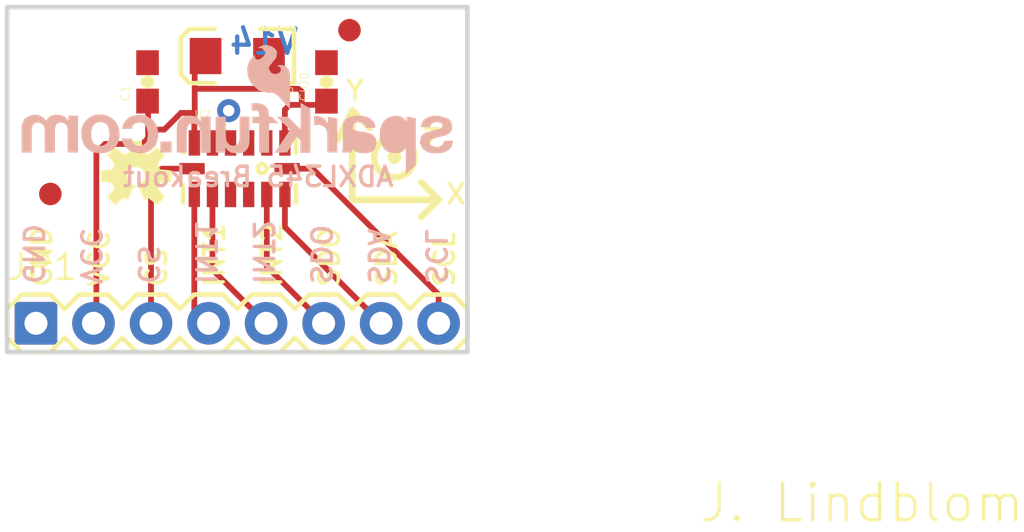
<source format=kicad_pcb>
(kicad_pcb (version 20211014) (generator pcbnew)
  (layers (0 "F.Cu" signal) (31 "B.Cu" signal) (34 "B.Paste" user) (35 "F.Paste" user) (36 "B.SilkS" user "B.Silkscreen") (37 "F.SilkS" user "F.Silkscreen") (38 "B.Mask" user) (39 "F.Mask" user) (44 "Edge.Cuts" user))
  (net 0 "")
  (net 1 "GND")
  (net 2 "CS")
  (net 3 "SCL")
  (net 4 "SDA")
  (net 5 "SDO")
  (net 6 "INT2")
  (net 7 "INT1")
  (net 8 "VCC")
  (footprint "boardEagle:0603-CAP" (layer "F.Cu") (at 152.4381 100.6856 90)
    (fp_text reference "CIO0" (at -0.889 -0.762 90) (layer "F.SilkS") (effects (font (size 0.373888 0.373888) (thickness 0.032512)) (justify left bottom)))
    (fp_text value "0.1uF")
    (fp_line (start 0 -0.0305) (end 0 0.0305) (layer "F.SilkS") (width 0.5588))
    (pad "1" smd rect (at -0.85 0 90) (size 1.1 1) (layers "F.Cu" "F.Paste" "F.Mask") (net 8 "VCC"))
    (pad "2" smd rect (at 0.85 0 90) (size 1.1 1) (layers "F.Cu" "F.Paste" "F.Mask") (net 1 "GND"))
  )
  (footprint "boardEagle:0603-CAP" (layer "F.Cu") (at 144.5387 100.6856 90)
    (fp_text reference "C1" (at -0.889 -0.762 90) (layer "F.SilkS") (effects (font (size 0.373888 0.373888) (thickness 0.032512)) (justify left bottom)))
    (fp_text value "0.1uF")
    (fp_line (start 0 -0.0305) (end 0 0.0305) (layer "F.SilkS") (width 0.5588))
    (pad "1" smd rect (at -0.85 0 90) (size 1.1 1) (layers "F.Cu" "F.Paste" "F.Mask") (net 8 "VCC"))
    (pad "2" smd rect (at 0.85 0 90) (size 1.1 1) (layers "F.Cu" "F.Paste" "F.Mask") (net 1 "GND"))
  )
  (footprint "boardEagle:LGA14_1_1_PATRICK" (layer "F.Cu") (at 148.6027 104.521)
    (fp_text reference "U2" (at -2.032 -2.159) (layer "F.SilkS") (effects (font (size 0.373888 0.373888) (thickness 0.032512)) (justify left bottom)))
    (fp_text value "ADXL345PATRICK")
    (fp_line (start -2.5 1.5) (end -2.5 0.7) (layer "F.SilkS") (width 0.2032))
    (fp_line (start 2.5 0.7) (end 2.5 1.5) (layer "F.SilkS") (width 0.2032))
    (fp_line (start 2.5 -1.5) (end 2.5 -0.7) (layer "F.SilkS") (width 0.2032))
    (fp_line (start -2.5 -0.7) (end -2.5 -1.5) (layer "F.SilkS") (width 0.2032))
    (fp_circle (center 1 0) (end 1.1 0) (layer "F.SilkS") (width 0.2032) (fill none))
    (pad "1" smd rect (at 2 -1.1381) (size 0.5 1.1238) (layers "F.Cu" "F.Paste" "F.Mask") (net 8 "VCC"))
    (pad "2" smd rect (at 1.2 -1.1381 180) (size 0.5 1.1238) (layers "F.Cu" "F.Paste" "F.Mask") (net 1 "GND"))
    (pad "3" smd rect (at 0.4 -1.1381 180) (size 0.5 1.1238) (layers "F.Cu" "F.Paste" "F.Mask"))
    (pad "4" smd rect (at -0.4 -1.1381 180) (size 0.5 1.1238) (layers "F.Cu" "F.Paste" "F.Mask") (net 1 "GND"))
    (pad "5" smd rect (at -1.2 -1.1381 180) (size 0.5 1.1238) (layers "F.Cu" "F.Paste" "F.Mask") (net 1 "GND"))
    (pad "6" smd rect (at -2 -1.1381 180) (size 0.5 1.1238) (layers "F.Cu" "F.Paste" "F.Mask") (net 8 "VCC"))
    (pad "7" smd rect (at -2.1 0 270) (size 0.5 1.1238) (layers "F.Cu" "F.Paste" "F.Mask") (net 2 "CS"))
    (pad "8" smd rect (at -2 1.130481 180) (size 0.5 1.1238) (layers "F.Cu" "F.Paste" "F.Mask") (net 7 "INT1"))
    (pad "9" smd rect (at -1.2 1.1381 180) (size 0.5 1.1238) (layers "F.Cu" "F.Paste" "F.Mask") (net 6 "INT2"))
    (pad "10" smd rect (at -0.4 1.1381) (size 0.5 1.1238) (layers "F.Cu" "F.Paste" "F.Mask"))
    (pad "11" smd rect (at 0.4 1.1381) (size 0.5 1.1238) (layers "F.Cu" "F.Paste" "F.Mask"))
    (pad "12" smd rect (at 1.2 1.1381) (size 0.5 1.1238) (layers "F.Cu" "F.Paste" "F.Mask") (net 5 "SDO"))
    (pad "13" smd rect (at 2 1.1381) (size 0.5 1.1238) (layers "F.Cu" "F.Paste" "F.Mask") (net 4 "SDA"))
    (pad "14" smd rect (at 2.1 0 90) (size 0.5 1.1238) (layers "F.Cu" "F.Paste" "F.Mask") (net 3 "SCL"))
  )
  (footprint "boardEagle:FIDUCIAL-1X2" (layer "F.Cu") (at 140.2461 105.6386)
    (fp_text reference "JP4" hide)
    (fp_text value "FIDUCIAL1X2" hide)
    (pad "1" smd roundrect (at 0 0) (size 1 1) (layers "F.Cu" "F.Mask") (roundrect_rratio 0.5))
  )
  (footprint "boardEagle:FIDUCIAL-1X2" (layer "F.Cu") (at 153.4541 98.3996)
    (fp_text reference "JP5" hide)
    (fp_text value "FIDUCIAL1X2" hide)
    (pad "1" smd roundrect (at 0 0) (size 1 1) (layers "F.Cu" "F.Mask") (roundrect_rratio 0.5))
  )
  (footprint "boardEagle:1X08" (layer "F.Cu") (at 139.6111 111.3536)
    (fp_text reference "JP1" (at -1.3462 -1.8288) (layer "F.SilkS") (effects (font (size 1.143 1.143) (thickness 0.127)) (justify left bottom)))
    (fp_text value "")
    (fp_line (start 6.35 0.635) (end 5.715 1.27) (layer "F.SilkS") (width 0.2032))
    (fp_line (start 16.51 0.635) (end 15.875 1.27) (layer "F.SilkS") (width 0.2032))
    (fp_line (start 18.415 1.27) (end 17.145 1.27) (layer "F.SilkS") (width 0.2032))
    (fp_line (start 3.175 -1.27) (end 3.81 -0.635) (layer "F.SilkS") (width 0.2032))
    (fp_line (start 1.905 1.27) (end 1.27 0.635) (layer "F.SilkS") (width 0.2032))
    (fp_line (start -0.635 -1.27) (end -1.27 -0.635) (layer "F.SilkS") (width 0.2032))
    (fp_line (start 19.05 -0.635) (end 19.05 0.635) (layer "F.SilkS") (width 0.2032))
    (fp_line (start 5.715 -1.27) (end 6.35 -0.635) (layer "F.SilkS") (width 0.2032))
    (fp_line (start 13.97 0.635) (end 13.335 1.27) (layer "F.SilkS") (width 0.2032))
    (fp_line (start 6.985 -1.27) (end 6.35 -0.635) (layer "F.SilkS") (width 0.2032))
    (fp_line (start 15.875 -1.27) (end 16.51 -0.635) (layer "F.SilkS") (width 0.2032))
    (fp_line (start 8.255 1.27) (end 6.985 1.27) (layer "F.SilkS") (width 0.2032))
    (fp_line (start 13.335 1.27) (end 12.065 1.27) (layer "F.SilkS") (width 0.2032))
    (fp_line (start 11.43 -0.635) (end 12.065 -1.27) (layer "F.SilkS") (width 0.2032))
    (fp_line (start 6.985 -1.27) (end 8.255 -1.27) (layer "F.SilkS") (width 0.2032))
    (fp_line (start 13.97 0.635) (end 14.605 1.27) (layer "F.SilkS") (width 0.2032))
    (fp_line (start 12.065 -1.27) (end 13.335 -1.27) (layer "F.SilkS") (width 0.2032))
    (fp_line (start 9.525 1.27) (end 8.89 0.635) (layer "F.SilkS") (width 0.2032))
    (fp_line (start 1.27 -0.635) (end 1.905 -1.27) (layer "F.SilkS") (width 0.2032))
    (fp_line (start 10.795 -1.27) (end 11.43 -0.635) (layer "F.SilkS") (width 0.2032))
    (fp_line (start 14.605 -1.27) (end 15.875 -1.27) (layer "F.SilkS") (width 0.2032))
    (fp_line (start 17.145 -1.27) (end 18.415 -1.27) (layer "F.SilkS") (width 0.2032))
    (fp_line (start 1.905 -1.27) (end 3.175 -1.27) (layer "F.SilkS") (width 0.2032))
    (fp_line (start 8.89 0.635) (end 8.255 1.27) (layer "F.SilkS") (width 0.2032))
    (fp_line (start 16.51 0.635) (end 17.145 1.27) (layer "F.SilkS") (width 0.2032))
    (fp_line (start 3.81 -0.635) (end 4.445 -1.27) (layer "F.SilkS") (width 0.2032))
    (fp_line (start 17.145 -1.27) (end 16.51 -0.635) (layer "F.SilkS") (width 0.2032))
    (fp_line (start 0.635 -1.27) (end 1.27 -0.635) (layer "F.SilkS") (width 0.2032))
    (fp_line (start 8.255 -1.27) (end 8.89 -0.635) (layer "F.SilkS") (width 0.2032))
    (fp_line (start 4.445 1.27) (end 3.81 0.635) (layer "F.SilkS") (width 0.2032))
    (fp_line (start 0.635 1.27) (end -0.635 1.27) (layer "F.SilkS") (width 0.2032))
    (fp_line (start -1.27 -0.635) (end -1.27 0.635) (layer "F.SilkS") (width 0.2032))
    (fp_line (start 13.335 -1.27) (end 13.97 -0.635) (layer "F.SilkS") (width 0.2032))
    (fp_line (start 15.875 1.27) (end 14.605 1.27) (layer "F.SilkS") (width 0.2032))
    (fp_line (start 4.445 -1.27) (end 5.715 -1.27) (layer "F.SilkS") (width 0.2032))
    (fp_line (start -1.27 0.635) (end -0.635 1.27) (layer "F.SilkS") (width 0.2032))
    (fp_line (start 14.605 -1.27) (end 13.97 -0.635) (layer "F.SilkS") (width 0.2032))
    (fp_line (start 11.43 0.635) (end 10.795 1.27) (layer "F.SilkS") (width 0.2032))
    (fp_line (start 12.065 1.27) (end 11.43 0.635) (layer "F.SilkS") (width 0.2032))
    (fp_line (start 19.05 0.635) (end 18.415 1.27) (layer "F.SilkS") (width 0.2032))
    (fp_line (start 10.795 1.27) (end 9.525 1.27) (layer "F.SilkS") (width 0.2032))
    (fp_line (start 18.415 -1.27) (end 19.05 -0.635) (layer "F.SilkS") (width 0.2032))
    (fp_line (start 8.89 -0.635) (end 9.525 -1.27) (layer "F.SilkS") (width 0.2032))
    (fp_line (start 5.715 1.27) (end 4.445 1.27) (layer "F.SilkS") (width 0.2032))
    (fp_line (start 3.81 0.635) (end 3.175 1.27) (layer "F.SilkS") (width 0.2032))
    (fp_line (start 9.525 -1.27) (end 10.795 -1.27) (layer "F.SilkS") (width 0.2032))
    (fp_line (start 1.27 0.635) (end 0.635 1.27) (layer "F.SilkS") (width 0.2032))
    (fp_line (start 3.175 1.27) (end 1.905 1.27) (layer "F.SilkS") (width 0.2032))
    (fp_line (start -0.635 -1.27) (end 0.635 -1.27) (layer "F.SilkS") (width 0.2032))
    (fp_line (start 6.35 0.635) (end 6.985 1.27) (layer "F.SilkS") (width 0.2032))
    (pad "1" thru_hole rect (at 0 0 90) (size 1.8796 1.8796) (drill 1.016) (layers *.Cu *.Mask) (net 1 "GND"))
    (pad "2" thru_hole circle (at 2.54 0 90) (size 1.8796 1.8796) (drill 1.016) (layers *.Cu *.Mask) (net 8 "VCC"))
    (pad "3" thru_hole circle (at 5.08 0 90) (size 1.8796 1.8796) (drill 1.016) (layers *.Cu *.Mask) (net 2 "CS"))
    (pad "4" thru_hole circle (at 7.62 0 90) (size 1.8796 1.8796) (drill 1.016) (layers *.Cu *.Mask) (net 7 "INT1"))
    (pad "5" thru_hole circle (at 10.16 0 90) (size 1.8796 1.8796) (drill 1.016) (layers *.Cu *.Mask) (net 6 "INT2"))
    (pad "6" thru_hole circle (at 12.7 0 90) (size 1.8796 1.8796) (drill 1.016) (layers *.Cu *.Mask) (net 5 "SDO"))
    (pad "7" thru_hole circle (at 15.24 0 90) (size 1.8796 1.8796) (drill 1.016) (layers *.Cu *.Mask) (net 4 "SDA"))
    (pad "8" thru_hole circle (at 17.78 0 90) (size 1.8796 1.8796) (drill 1.016) (layers *.Cu *.Mask) (net 3 "SCL"))
  )
  (footprint "boardEagle:EIA3216" (layer "F.Cu") (at 148.5011 99.5426 180)
    (fp_text reference "C2" (at -2.54 -1.381 180) (layer "F.SilkS") (effects (font (size 0.373888 0.373888) (thickness 0.032512)) (justify right top)))
    (fp_text value "10uF")
    (fp_line (start 2.5 0.8) (end 2.5 -0.8) (layer "F.SilkS") (width 0.2032))
    (fp_line (start 2.1 1.2) (end 2.5 0.8) (layer "F.SilkS") (width 0.2032))
    (fp_line (start 2.1 -1.2) (end 1 -1.2) (layer "F.SilkS") (width 0.2032))
    (fp_line (start -1 1.2) (end -2.5 1.2) (layer "F.SilkS") (width 0.2032))
    (fp_line (start 1 1.2) (end 2.1 1.2) (layer "F.SilkS") (width 0.2032))
    (fp_line (start -2.5 -1.2) (end -1 -1.2) (layer "F.SilkS") (width 0.2032))
    (fp_line (start 2.5 -0.8) (end 2.1 -1.2) (layer "F.SilkS") (width 0.2032))
    (fp_line (start -2.5 1.2) (end -2.5 -1.2) (layer "F.SilkS") (width 0.2032))
    (pad "A" smd rect (at 1.4 0 270) (size 1.6 1.4) (layers "F.Cu" "F.Paste" "F.Mask") (net 8 "VCC"))
    (pad "C" smd rect (at -1.4 0 270) (size 1.6 1.4) (layers "F.Cu" "F.Paste" "F.Mask") (net 1 "GND"))
  )
  (footprint "boardEagle:STAND-OFF" (layer "F.Cu") (at 140.8811 99.9236)
    (fp_text reference "JP2" hide)
    (fp_text value "STAND-OFF" hide)
    (pad "" np_thru_hole circle (at 0 0) (size 3.302 3.302) (drill 3.302) (layers *.Cu *.Mask))
  )
  (footprint "boardEagle:OSHW-LOGO-S" (layer "F.Cu") (at 144.0307 104.8512)
    (fp_text reference "U$3" hide)
    (fp_text value "OSHW-LOGOS" hide)
    (fp_poly (pts (xy 0.301647 -1.061351) (xy 0.42347 -1.022344) (xy 0.537177 -0.963769) (xy 0.92862 -1.282946) (xy 1.282946 -0.92862) (xy 0.961035 -0.533823) (xy 1.057046 -0.302084) (xy 1.5638 -0.250561) (xy 1.5638 0.250561) (xy 1.057046 0.302084) (xy 0.961035 0.533823) (xy 1.282946 0.92862) (xy 0.92862 1.282946) (xy 0.537177 0.96377) (xy 0.356601 1.056794) (xy 0.088679 0.410073) (xy 0.326262 0.2176) (xy 0.373649 0.121468) (xy 0.392729 0.010339) (xy 0.379464 -0.101634) (xy 0.334947 -0.205229) (xy 0.262842 -0.291918) (xy 0.169087 -0.354561) (xy 0.061406 -0.387999) (xy -0.051342 -0.38948) (xy -0.159868 -0.358881) (xy -0.255234 -0.298724) (xy -0.329589 -0.213962) (xy -0.376813 -0.111569) (xy -0.392176 -0.005767) (xy -0.322923 0.222565) (xy -0.249312 0.303773) (xy 0.091677 0.5081) (xy -0.12929 0.5081) (xy -0.355332 1.053732) (xy -0.506597 0.983577) (xy -0.538922 0.965192) (xy -0.92862 1.282946) (xy -1.282946 0.92862) (xy -0.961035 0.533823) (xy -1.057046 0.302084) (xy -1.5638 0.250561) (xy -1.5638 -0.250561) (xy -1.057046 -0.302084) (xy -0.961035 -0.533823) (xy -1.282946 -0.92862) (xy -0.92862 -1.282946) (xy -0.533823 -0.961035) (xy -0.302084 -1.057046) (xy -0.250561 -1.5638) (xy 0.250561 -1.5638)) (layer "F.SilkS") (width 0) (fill solid))
  )
  (footprint "boardEagle:STAND-OFF" (layer "F.Cu") (at 156.1211 99.9236)
    (fp_text reference "JP3" hide)
    (fp_text value "STAND-OFF" hide)
    (pad "" np_thru_hole circle (at 0 0) (size 3.302 3.302) (drill 3.302) (layers *.Cu *.Mask))
  )
  (footprint "boardEagle:SFE-NEW-WEBLOGO" (layer "B.Cu") (at 158.0261 104.7496 180)
    (fp_text reference "U$2" hide)
    (fp_text value "LOGO-SFENEW" hide)
    (fp_line (start 11.1201 2.5171) (end 11.1201 2.2962) (layer "B.SilkS") (width 0.0254))
    (fp_line (start 10.7163 0.9449) (end 10.7163 2.5171) (layer "B.SilkS") (width 0.0254))
    (fp_line (start 11.1201 2.2962) (end 11.1277 2.2962) (layer "B.SilkS") (width 0.0254))
    (fp_line (start 11.7729 0.955) (end 11.7729 1.9202) (layer "B.SilkS") (width 0.0254))
    (fp_line (start 11.1379 1.8136) (end 11.1379 0.9449) (layer "B.SilkS") (width 0.0254))
    (fp_line (start 12.1818 2.0091) (end 12.1818 0.955) (layer "B.SilkS") (width 0.0254))
    (fp_line (start 15.5499 2.6137) (end 15.5499 2.2911) (layer "B.SilkS") (width 0.0254))
    (fp_line (start 11.1379 0.9449) (end 10.7163 0.9449) (layer "B.SilkS") (width 0.0254))
    (fp_line (start 15.5702 2.2962) (end 15.5702 2.6137) (layer "B.SilkS") (width 0.0254))
    (fp_line (start 15.5499 2.2911) (end 15.527 2.2911) (layer "B.SilkS") (width 0.0254))
    (fp_line (start 10.7163 2.5171) (end 11.1201 2.5171) (layer "B.SilkS") (width 0.0254))
    (fp_line (start 15.5702 2.6137) (end 15.5854 2.6137) (layer "B.SilkS") (width 0.0254))
    (fp_line (start 12.1818 0.955) (end 11.7729 0.955) (layer "B.SilkS") (width 0.0254))
    (fp_arc (start 16.129 2.4181) (mid 15.978822 2.520652) (end 15.809 2.5857) (layer "B.SilkS") (width 0.0254))
    (fp_arc (start 11.4198 2.2327) (mid 11.334441 2.214452) (end 11.259799 2.1692) (layer "B.SilkS") (width 0.0254))
    (fp_arc (start 15.5423 0.9195) (mid 15.724919 0.932492) (end 15.9029 0.9754) (layer "B.SilkS") (width 0.0254))
    (fp_arc (start 11.1684 2.0396) (mid 11.146105 1.962214) (end 11.1379 1.8821) (layer "B.SilkS") (width 0.0254))
    (fp_arc (start 15.428 1.2522) (mid 15.597525 1.230563) (end 15.7632 1.2725) (layer "B.SilkS") (width 0.0254))
    (fp_arc (start 12.1488 2.232699) (mid 12.104013 2.336521) (end 12.0345 2.4257) (layer "B.SilkS") (width 0.0254))
    (fp_arc (start 15.128201 2.4892) (mid 14.882786 2.260687) (end 14.7549 1.9507) (layer "B.SilkS") (width 0.0254))
    (fp_arc (start 11.4198 2.2327) (mid 11.475702 2.235165) (end 11.5316 2.2377) (layer "B.SilkS") (width 0.0254))
    (fp_arc (start 11.1862 2.3571) (mid 11.172158 2.338081) (end 11.1582 2.319) (layer "B.SilkS") (width 0.0254))
    (fp_arc (start 16.317 1.3665) (mid 16.380488 1.583529) (end 16.4033 1.8085) (layer "B.SilkS") (width 0.0254))
    (fp_arc (start 14.9911 1.1201) (mid 15.249615 0.972855) (end 15.5423 0.9195) (layer "B.SilkS") (width 0.0254))
    (fp_arc (start 15.2781 2.1692) (mid 15.20247 2.035022) (end 15.168899 1.8847) (layer "B.SilkS") (width 0.0254))
    (fp_arc (start 11.7678 2.5502) (mid 11.667584 2.556058) (end 11.5672 2.5552) (layer "B.SilkS") (width 0.0254))
    (fp_arc (start 15.24 1.4097) (mid 15.31871 1.3127) (end 15.428 1.2522) (layer "B.SilkS") (width 0.0254))
    (fp_arc (start 15.8318 2.2047) (mid 15.783745 2.244042) (end 15.7277 2.2708) (layer "B.SilkS") (width 0.0254))
    (fp_arc (start 12.0345 2.425699) (mid 11.911985 2.51116) (end 11.7678 2.5502) (layer "B.SilkS") (width 0.0254))
    (fp_arc (start 15.7277 2.2708) (mid 15.650001 2.290018) (end 15.5702 2.2962) (layer "B.SilkS") (width 0.0254))
    (fp_arc (start 11.2598 2.1692) (mid 11.206137 2.110016) (end 11.1684 2.0396) (layer "B.SilkS") (width 0.0254))
    (fp_arc (start 15.1714 1.6383) (mid 15.194331 1.520588) (end 15.24 1.4097) (layer "B.SilkS") (width 0.0254))
    (fp_arc (start 15.5499 2.6137) (mid 15.331296 2.577713) (end 15.1282 2.4892) (layer "B.SilkS") (width 0.0254))
    (fp_arc (start 15.9868 1.7196) (mid 15.980368 1.846143) (end 15.9588 1.971) (layer "B.SilkS") (width 0.0254))
    (fp_arc (start 11.5976 2.2276) (mid 11.565101 2.235925) (end 11.5316 2.2377) (layer "B.SilkS") (width 0.0254))
    (fp_arc (start 15.9588 1.971) (mid 15.910982 2.096372) (end 15.8318 2.2047) (layer "B.SilkS") (width 0.0254))
    (fp_arc (start 15.527 2.2911) (mid 15.388433 2.258974) (end 15.278099 2.1692) (layer "B.SilkS") (width 0.0254))
    (fp_arc (start 15.908 1.4097) (mid 15.966057 1.559906) (end 15.9868 1.7196) (layer "B.SilkS") (width 0.0254))
    (fp_arc (start 14.7523 1.5672) (mid 14.792796 1.413418) (end 14.8615 1.27) (layer "B.SilkS") (width 0.0254))
    (fp_arc (start 14.8615 1.27) (mid 14.919858 1.189481) (end 14.9911 1.1201) (layer "B.SilkS") (width 0.0254))
    (fp_arc (start 11.2725 2.446) (mid 11.226399 2.404414) (end 11.1862 2.3571) (layer "B.SilkS") (width 0.0254))
    (fp_arc (start 11.1277 2.2962) (mid 11.137379 2.298176) (end 11.1455 2.3038) (layer "B.SilkS") (width 0.0254))
    (fp_arc (start 12.1818 2.0091) (mid 12.172765 2.122002) (end 12.1488 2.2327) (layer "B.SilkS") (width 0.0254))
    (fp_arc (start 15.7632 1.2725) (mid 15.846801 1.329279) (end 15.908 1.4097) (layer "B.SilkS") (width 0.0254))
    (fp_arc (start 11.1379 1.8821) (mid 11.137681 1.84785) (end 11.1379 1.8136) (layer "B.SilkS") (width 0.0254))
    (fp_arc (start 15.809 2.5857) (mid 15.698073 2.606673) (end 15.5854 2.6137) (layer "B.SilkS") (width 0.0254))
    (fp_arc (start 15.9029 0.9754) (mid 16.153433 1.12491) (end 16.317 1.3665) (layer "B.SilkS") (width 0.0254))
    (fp_arc (start 16.4033 1.808499) (mid 16.333054 2.143404) (end 16.129 2.4181) (layer "B.SilkS") (width 0.0254))
    (fp_arc (start 11.7145 2.1311) (mid 11.664346 2.1894) (end 11.5976 2.2276) (layer "B.SilkS") (width 0.0254))
    (fp_arc (start 11.7729 1.9202) (mid 11.758038 2.02962) (end 11.7145 2.1311) (layer "B.SilkS") (width 0.0254))
    (fp_arc (start 11.5672 2.5552) (mid 11.411238 2.523841) (end 11.2725 2.446) (layer "B.SilkS") (width 0.0254))
    (fp_arc (start 14.7549 1.9507) (mid 14.737287 1.759061) (end 14.7523 1.5672) (layer "B.SilkS") (width 0.0254))
    (fp_arc (start 11.1455 2.3038) (mid 11.152103 2.311188) (end 11.1582 2.319) (layer "B.SilkS") (width 0.0254))
    (fp_arc (start 15.1689 1.8847) (mid 15.165026 1.761448) (end 15.1714 1.6383) (layer "B.SilkS") (width 0.0254))
    (fp_poly (pts (xy 14.181776 2.563159) (xy 14.181555 2.560669) (xy 14.327447 2.496725) (xy 14.547848 2.246517) (xy 14.619242 1.9914) (xy 14.1707 1.9914) (xy 14.1707 2.005388) (xy 14.15242 2.10038) (xy 14.100807 2.180729) (xy 14.023181 2.236025) (xy 13.860405 2.2706) (xy 13.694207 2.245798) (xy 13.653262 2.227396) (xy 13.618712 2.198612) (xy 13.531409 2.074936) (xy 13.459735 1.779947) (xy 13.507258 1.471936) (xy 13.55233 1.379537) (xy 13.718934 1.256376) (xy 13.795519 1.238584) (xy 13.875272 1.234455) (xy 13.963395 1.249226) (xy 14.044683 1.286045) (xy 14.088707 1.320383) (xy 14.123821 1.362695) (xy 14.191983 1.5646) (xy 14.6202 1.5646) (xy 14.6202 1.546046) (xy 14.607183 1.4497) (xy 14.551954 1.307962) (xy 14.468685 1.180108) (xy 14.234909 0.989147) (xy 13.88734 0.904104) (xy 13.726062 0.914148) (xy 13.567886 0.942693) (xy 13.423659 0.994928) (xy 13.188191 1.185237) (xy 13.098694 1.32648) (xy 13.017451 1.644495) (xy 13.0251 1.894992) (xy 13.0251 1.896181) (xy 13.064859 2.076939) (xy 13.14486 2.243932) (xy 13.26133 2.388842) (xy 13.574558 2.580191) (xy 13.883988 2.616332)) (layer "B.SilkS") (width 0) (fill solid))
    (fp_poly (pts (xy 1.201557 2.290098) (xy 1.414074 2.156268) (xy 1.42383 2.065) (xy 1.01008 2.065) (xy 1.00135 2.126336) (xy 0.936084 2.220524) (xy 0.871818 2.257603) (xy 0.798545 2.2758) (xy 0.628591 2.2758) (xy 0.583991 2.267366) (xy 0.541641 2.251683) (xy 0.51157 2.232098) (xy 0.488615 2.205726) (xy 0.469153 2.152745) (xy 0.474605 2.097619) (xy 0.521549 2.031824) (xy 0.664468 1.962838) (xy 0.866638 1.922444) (xy 1.206678 1.822687) (xy 1.354318 1.729494) (xy 1.389578 1.692366) (xy 1.416579 1.648151) (xy 1.460229 1.440208) (xy 1.447804 1.4376) (xy 1.460484 1.436955) (xy 1.457817 1.384541) (xy 1.452657 1.33034) (xy 1.371775 1.140043) (xy 1.14885 0.969822) (xy 1.013381 0.927267) (xy 0.74708 0.904177) (xy 0.617383 0.909691) (xy 0.487493 0.922202) (xy 0.306845 0.984179) (xy 0.185213 1.061804) (xy 0.109225 1.132023) (xy 0.056988 1.2215) (xy 0.013059 1.350644) (xy 0.002577 1.410659) (xy -0.00152 1.469003) (xy 0.738195 1.10308) (xy 1.120535 1.189415) (xy 1.224069 1.497645) (xy 0.809011 1.723764) (xy 0.364394 1.98847) (xy 0.308075 2.310537) (xy 0.741882 2.423672)) (layer "B.SilkS") (width 0) (fill solid))
    (fp_poly (pts (xy 15.5499 2.609649) (xy 15.5499 2.29782) (xy 15.429469 2.281338) (xy 15.314616 2.217851) (xy 15.23586 2.109416) (xy 15.196312 2.020604) (xy 15.168868 1.873153) (xy 15.163824 1.687316) (xy 15.181322 1.562471) (xy 15.218744 1.447652) (xy 15.272523 1.345) (xy 15.437302 1.244156) (xy 15.6121 1.221967) (xy 15.787119 1.281181) (xy 15.894998 1.379217) (xy 15.949332 1.500229) (xy 15.9868 1.655017) (xy 15.9868 1.797481) (xy 15.961756 1.990339) (xy 15.88736 2.151531) (xy 15.803924 2.232457) (xy 15.708711 2.283762) (xy 15.58997 2.2936) (xy 15.567485 2.2936) (xy 15.57294 2.617878) (xy 15.788992 2.590535) (xy 15.954486 2.53364) (xy 16.155367 2.394616) (xy 16.266844 2.264968) (xy 16.37246 2.027864) (xy 16.400898 1.805948) (xy 16.375193 1.592623) (xy 16.305839 1.343513) (xy 16.222719 1.211114) (xy 16.101494 1.095067) (xy 15.987532 1.014773) (xy 15.799031 0.950211) (xy 15.544583 0.924513) (xy 15.240687 0.965682) (xy 14.951456 1.146439) (xy 14.788469 1.399985) (xy 14.726674 1.793647) (xy 14.809154 2.154405) (xy 15.026083 2.4307) (xy 15.368412 2.600648) (xy 15.51864 2.6187) (xy 15.52691 2.6187)) (layer "B.SilkS") (width 0) (fill solid))
    (fp_poly (pts (xy 2.834651 2.506079) (xy 2.92707 2.450683) (xy 3.011605 2.383731) (xy 3.1267 2.221709) (xy 3.1267 2.263503) (xy 3.219434 1.972794) (xy 3.236098 1.526727) (xy 3.068933 1.135798) (xy 2.975978 1.041462) (xy 2.864973 0.970996) (xy 2.740356 0.92713) (xy 2.372489 0.922) (xy 2.370226 0.922) (xy 2.254471 0.962806) (xy 2.0828 1.127587) (xy 2.0828 -0.010757) (xy 1.6434 0.385552) (xy 1.6434 2.45912) (xy 2.057593 2.537568) (xy 2.055012 2.330538) (xy 2.068304 2.345345) (xy 2.15812 2.442839) (xy 2.234107 2.497896) (xy 2.368681 2.552194) (xy 2.419192 2.562883) (xy 2.620347 2.565422)) (layer "B.SilkS") (width 0) (fill solid))
    (fp_poly (pts (xy 6.7335 1.97376) (xy 7.284539 2.5248) (xy 7.78835 2.5248) (xy 7.197009 1.946483) (xy 7.869909 0.937183) (xy 7.330929 0.939835) (xy 6.903958 1.643716) (xy 6.7386 1.483032) (xy 6.7386 0.9296) (xy 6.306639 0.9296) (xy 6.2941 0.942139) (xy 6.2941 2.887776) (xy 6.7335 3.138467)) (layer "B.SilkS") (width 0) (fill solid))
    (fp_poly (pts (xy 17.714962 2.583496) (xy 17.714669 2.58013) (xy 17.812284 2.526288) (xy 17.900302 2.442716) (xy 17.956995 2.351455) (xy 17.961394 2.355854) (xy 18.007182 2.404147) (xy 18.086856 2.480888) (xy 18.177617 2.546023) (xy 18.30384 2.60027) (xy 18.440544 2.616304) (xy 18.698981 2.580082) (xy 18.93345 2.426436) (xy 19.05 2.112985) (xy 19.05 0.9398) (xy 18.6004 0.9398) (xy 18.6004 1.979658) (xy 18.558302 2.150487) (xy 18.49797 2.220003) (xy 18.412014 2.255689) (xy 18.322362 2.262413) (xy 18.233537 2.253336) (xy 18.121633 2.190061) (xy 18.068614 2.109201) (xy 18.041426 2.014408) (xy 18.036069 1.960144) (xy 18.034 1.904767) (xy 18.034 0.9398) (xy 17.5768 0.9398) (xy 17.5768 2.006808) (xy 17.507834 2.191589) (xy 17.433119 2.246143) (xy 17.339789 2.26304) (xy 17.298061 2.260863) (xy 17.256145 2.258198) (xy 17.19103 2.2421) (xy 17.135402 2.205103) (xy 17.092564 2.160343) (xy 17.055171 2.112821) (xy 17.0155 1.934108) (xy 17.0155 0.9423) (xy 16.5583 0.9423) (xy 16.5583 2.573) (xy 16.9824 2.573) (xy 16.9824 2.355139) (xy 16.985319 2.355789) (xy 17.015959 2.3959) (xy 17.093229 2.475705) (xy 17.171263 2.538367) (xy 17.262579 2.579887) (xy 17.318155 2.59498) (xy 17.374103 2.605849) (xy 17.443329 2.614463) (xy 17.514022 2.618767)) (layer "B.SilkS") (width 0) (fill solid))
    (fp_poly (pts (xy 6.1316 2.557116) (xy 6.1316 2.1463) (xy 6.115783 2.1463) (xy 6.10653 2.147054) (xy 6.097893 2.149211) (xy 6.068387 2.157247) (xy 6.038922 2.161538) (xy 5.96265 2.16474) (xy 5.887609 2.16159) (xy 5.731931 2.107297) (xy 5.637642 2.018651) (xy 5.577302 1.903423) (xy 5.5499 1.736362) (xy 5.5499 0.9423) (xy 5.107878 0.9423) (xy 5.110519 2.454146) (xy 5.522 2.527255) (xy 5.522 2.234211) (xy 5.526569 2.235704) (xy 5.544428 2.262537) (xy 5.578841 2.314524) (xy 5.613758 2.367854) (xy 5.686736 2.438162) (xy 5.778008 2.498223) (xy 5.979984 2.565515)) (layer "B.SilkS") (width 0) (fill solid))
    (fp_poly (pts (xy 12.4257 0.9449) (xy 12.921 0.9449) (xy 12.921 1.43) (xy 12.4257 1.43)) (layer "B.SilkS") (width 0) (fill solid))
    (fp_poly (pts (xy 11.770768 2.56283) (xy 12.043428 2.435548) (xy 12.160999 2.237024) (xy 12.1945 2.010032) (xy 12.1945 0.9423) (xy 11.7602 0.9423) (xy 11.7602 1.918474) (xy 11.70302 2.124971) (xy 11.656141 2.179464) (xy 11.593345 2.215403) (xy 11.53092 2.224956) (xy 11.476269 2.222478) (xy 11.422495 2.220106) (xy 11.268 2.158791) (xy 11.18035 2.034508) (xy 11.1506 1.880883) (xy 11.1506 0.9322) (xy 10.7036 0.9322) (xy 10.7036 2.5298) (xy 11.1328 2.5298) (xy 11.1328 2.310454) (xy 11.136857 2.313263) (xy 11.148195 2.326834) (xy 11.161924 2.345602) (xy 11.176241 2.364992) (xy 11.217267 2.413279) (xy 11.265048 2.456381) (xy 11.406772 2.535896) (xy 11.566093 2.567932)) (layer "B.SilkS") (width 0) (fill solid))
    (fp_poly (pts (xy 0.803285 2.567895) (xy 0.944243 2.553799) (xy 1.081508 2.516334) (xy 1.193542 2.461399) (xy 1.291841 2.383865) (xy 1.357039 2.297824) (xy 1.377068 2.257603) (xy 1.393653 2.216867) (xy 1.417283 2.151914) (xy 1.353784 2.105111) (xy 1.152335 2.254241) (xy 0.736496 2.387002) (xy 0.372563 2.277101) (xy 0.417885 2.019712) (xy 1.241556 1.540676) (xy 1.263422 1.497067) (xy 1.147655 1.152457) (xy 0.724605 1.058492) (xy -0.038666 1.4605) (xy 0.4115 1.4605) (xy 0.4115 1.443466) (xy 0.420402 1.369907) (xy 0.454647 1.305856) (xy 0.524204 1.243359) (xy 0.610838 1.206018) (xy 0.637726 1.200933) (xy 0.665996 1.198897) (xy 0.7328 1.198389) (xy 0.79791 1.198884) (xy 0.968129 1.258019) (xy 1.007666 1.302193) (xy 1.028603 1.358428) (xy 1.025789 1.425439) (xy 0.995864 1.485288) (xy 0.943734 1.527918) (xy 0.715431 1.605731) (xy 0.533161 1.644154) (xy 0.351479 1.692254) (xy 0.230117 1.743632) (xy 0.122357 1.822697) (xy 0.0457 1.960096) (xy 0.0457 1.963141) (xy 0.038572 2.135467) (xy 0.0838 2.300409) (xy 0.0838 2.303445) (xy 0.206233 2.444416) (xy 0.620397 2.567885) (xy 0.71245 2.568634)) (layer "B.SilkS") (width 0) (fill solid))
    (fp_poly (pts (xy 9.4234 1.520809) (xy 9.472888 1.359974) (xy 9.516069 1.308185) (xy 9.573108 1.271734) (xy 9.714103 1.241374) (xy 9.853529 1.268908) (xy 10.003067 1.442966) (xy 10.033 1.684784) (xy 10.033 2.5273) (xy 10.48 2.5273) (xy 10.48 0.9398) (xy 10.0533 0.9398) (xy 10.0533 1.159713) (xy 9.961626 1.051965) (xy 9.823848 0.946774) (xy 9.797269 0.933513) (xy 9.76873 0.924761) (xy 9.46843 0.899096) (xy 9.311419 0.929258) (xy 9.173895 1.0008) (xy 9.172522 1.0008) (xy 9.155194 1.014756) (xy 9.141833 1.028106) (xy 9.055991 1.150842) (xy 9.0022 1.291099) (xy 8.984 1.439423) (xy 8.984 2.5324) (xy 9.4234 2.5324)) (layer "B.SilkS") (width 0) (fill solid))
    (fp_poly (pts (xy 4.444983 2.544915) (xy 4.588724 2.501712) (xy 4.72259 2.430523) (xy 4.844814 2.271666) (xy 4.859671 2.1819) (xy 4.8616 2.1819) (xy 4.8616 1.6891) (xy 4.864173 1.6891) (xy 4.861603 1.242544) (xy 4.871819 1.108765) (xy 4.906709 0.979276) (xy 4.920484 0.9423) (xy 4.495275 0.9423) (xy 4.477494 0.951279) (xy 4.472002 0.970735) (xy 4.468249 0.985133) (xy 4.446292 1.084946) (xy 4.440321 1.089528) (xy 4.438946 1.088886) (xy 4.309064 0.98859) (xy 4.153188 0.927249) (xy 3.824183 0.906712) (xy 3.683825 0.938256) (xy 3.554173 1.000134) (xy 3.486826 1.05665) (xy 3.437273 1.130532) (xy 3.3807 1.444163) (xy 3.3807 1.446675) (xy 3.401941 1.543624) (xy 3.446308 1.632822) (xy 3.527788 1.722902) (xy 3.632416 1.784766) (xy 3.937258 1.861632) (xy 4.048648 1.873601) (xy 4.159032 1.884616) (xy 4.224808 1.893434) (xy 4.289167 1.907055) (xy 4.336271 1.923637) (xy 4.379043 1.948303) (xy 4.407461 1.974391) (xy 4.413402 1.982997) (xy 4.4171 1.991455) (xy 4.4171 2.14983) (xy 4.358226 2.232254) (xy 4.254396 2.270917) (xy 4.188033 2.274326) (xy 4.120968 2.275774) (xy 4.006679 2.25395) (xy 3.883049 2.131716) (xy 3.8659 2.045941) (xy 3.8659 2.0295) (xy 3.429 2.0295) (xy 3.429 2.040006) (xy 3.418965 2.041638) (xy 3.439259 2.166448) (xy 3.491292 2.283494) (xy 3.571378 2.383462) (xy 3.674008 2.459597) (xy 3.791998 2.513469) (xy 3.916944 2.547448) (xy 4.18103 2.571338)) (layer "B.SilkS") (width 0) (fill solid))
    (fp_poly (pts (xy 8.337002 5.691103) (xy 8.426449 5.668729) (xy 8.439477 5.663683) (xy 8.451149 5.657775) (xy 8.46786 5.649476) (xy 8.486552 5.642734) (xy 8.582694 5.5855) (xy 8.5903 5.5855) (xy 8.5903 5.5601) (xy 8.517833 5.5601) (xy 8.419418 5.540814) (xy 8.285855 5.378186) (xy 8.290365 5.319725) (xy 8.33909 5.224769) (xy 8.415666 5.148096) (xy 8.505069 5.083538) (xy 8.580348 5.051724) (xy 8.661737 5.054532) (xy 8.669864 5.057086) (xy 8.677257 5.060289) (xy 8.741514 5.119856) (xy 8.7478 5.142712) (xy 8.7478 5.260838) (xy 8.974707 5.031027) (xy 9.079186 4.739741) (xy 9.082603 4.739794) (xy 9.08906 4.533335) (xy 9.059857 4.34032) (xy 8.996308 4.155742) (xy 8.8773 3.944478) (xy 8.8773 3.963481) (xy 8.589131 3.69191) (xy 8.193239 3.5814) (xy 7.964005 3.5814) (xy 7.927201 3.574946) (xy 7.892776 3.562492) (xy 7.707322 3.424684) (xy 7.1984 2.85199) (xy 7.1984 4.40367) (xy 7.271004 4.644867) (xy 7.379295 4.748389) (xy 7.518122 4.800422) (xy 7.6149 4.807989) (xy 7.710384 4.800523) (xy 7.77091 4.790999) (xy 7.768788 4.767333) (xy 7.733216 4.768142) (xy 7.712784 4.759041) (xy 7.631519 4.700054) (xy 7.611722 4.67357) (xy 7.601395 4.6114) (xy 7.611905 4.548129) (xy 7.632405 4.508074) (xy 7.663343 4.475585) (xy 7.757535 4.42645) (xy 7.863229 4.414642) (xy 7.953768 4.432984) (xy 8.03522 4.472556) (xy 8.13303 4.637559) (xy 8.118706 4.731744) (xy 8.061914 4.813301) (xy 7.795707 5.146137) (xy 7.772667 5.393755) (xy 7.838495 5.504456) (xy 7.840042 5.506003) (xy 7.989901 5.63002) (xy 8.243676 5.699964)) (layer "B.SilkS") (width 0) (fill solid))
    (fp_poly (pts (xy 8.809435 3.119895) (xy 8.875117 3.1166) (xy 8.89 3.1166) (xy 8.89 2.7889) (xy 8.869112 2.7889) (xy 8.841108 2.7915) (xy 8.660351 2.7915) (xy 8.587936 2.740064) (xy 8.571192 2.699602) (xy 8.5649 2.653436) (xy 8.5649 2.5273) (xy 8.8621 2.5273) (xy 8.8621 2.2352) (xy 8.5623 2.2352) (xy 8.5623 0.9322) (xy 8.1204 0.9322) (xy 8.1204 2.232779) (xy 7.70383 2.235391) (xy 7.995739 2.5273) (xy 8.1255 2.5273) (xy 8.1255 2.560826) (xy 8.143432 2.77702) (xy 8.219199 2.938937) (xy 8.324367 3.032939) (xy 8.449534 3.095959) (xy 8.586403 3.1242) (xy 8.743112 3.1242)) (layer "B.SilkS") (width 0) (fill solid))
  )
  (gr_line (start 153.5811 105.8926) (end 157.3911 105.8926) (layer "F.SilkS") (width 0.3048))
  (gr_line (start 153.5811 101.9556) (end 154.3431 102.7176) (layer "F.SilkS") (width 0.3048))
  (gr_line (start 153.5811 101.9556) (end 152.9461 103.2256) (layer "F.SilkS") (width 0.3048))
  (gr_line (start 156.6291 105.1306) (end 157.3911 105.8926) (layer "F.SilkS") (width 0.3048))
  (gr_line (start 156.6291 106.6546) (end 157.3911 105.8926) (layer "F.SilkS") (width 0.3048))
  (gr_line (start 153.5811 105.8926) (end 153.5811 101.9556) (layer "F.SilkS") (width 0.3048))
  (gr_circle (center 155.4353 104.013) (end 155.5877 104.013) (layer "F.SilkS") (width 0.3048) (fill none))
  (gr_circle (center 155.4353 104.013) (end 156.3243 104.013) (layer "F.SilkS") (width 0.3048) (fill none))
  (gr_line (start 138.3411 97.3836) (end 138.3411 112.6236) (layer "Edge.Cuts") (width 0.2032))
  (gr_line (start 138.3411 112.6236) (end 158.6611 112.6236) (layer "Edge.Cuts") (width 0.2032))
  (gr_line (start 158.6611 97.3836) (end 138.3411 97.3836) (layer "Edge.Cuts") (width 0.2032))
  (gr_line (start 158.6611 112.6236) (end 158.6611 97.3836) (layer "Edge.Cuts") (width 0.2032))
  (gr_text "V14" (at 151.2951 99.5426) (layer "B.Cu") (effects (font (size 1.0795 1.0795) (thickness 0.1905)) (justify left bottom mirror)))
  (gr_text "INT2" (at 149.1361 109.7026 -90) (layer "B.SilkS") (effects (font (size 0.8636 0.8636) (thickness 0.1524)) (justify left bottom mirror)))
  (gr_text "GND" (at 138.9761 109.7026 -90) (layer "B.SilkS") (effects (font (size 0.8636 0.8636) (thickness 0.1524)) (justify left bottom mirror)))
  (gr_text "SCL" (at 156.7561 109.7026 -90) (layer "B.SilkS") (effects (font (size 0.8636 0.8636) (thickness 0.1524)) (justify left bottom mirror)))
  (gr_text "SDO" (at 151.6761 109.7026 -90) (layer "B.SilkS") (effects (font (size 0.8636 0.8636) (thickness 0.1524)) (justify left bottom mirror)))
  (gr_text "INT1" (at 146.5961 109.7026 -90) (layer "B.SilkS") (effects (font (size 0.8636 0.8636) (thickness 0.1524)) (justify left bottom mirror)))
  (gr_text "SDA" (at 154.2161 109.7026 -90) (layer "B.SilkS") (effects (font (size 0.8636 0.8636) (thickness 0.1524)) (justify left bottom mirror)))
  (gr_text "ADXL345 Breakout" (at 155.4861 105.3846) (layer "B.SilkS") (effects (font (size 0.8636 0.8636) (thickness 0.1524)) (justify left bottom mirror)))
  (gr_text "CS" (at 144.0561 109.7026 -90) (layer "B.SilkS") (effects (font (size 0.8636 0.8636) (thickness 0.1524)) (justify left bottom mirror)))
  (gr_text "VCC" (at 141.5161 109.7026 -90) (layer "B.SilkS") (effects (font (size 0.8636 0.8636) (thickness 0.1524)) (justify left bottom mirror)))
  (gr_text "INT2" (at 150.5331 109.8296 90) (layer "F.SilkS") (effects (font (size 0.8636 0.8636) (thickness 0.1524)) (justify left bottom)))
  (gr_text "Y" (at 153.2255 101.5746) (layer "F.SilkS") (effects (font (size 0.8636 0.8636) (thickness 0.1524)) (justify left bottom)))
  (gr_text "J. Lindblom" (at 168.8211 120.2436) (layer "F.SilkS") (effects (font (size 1.63576 1.63576) (thickness 0.14224)) (justify left bottom)))
  (gr_text "INT1" (at 147.9931 109.8296 90) (layer "F.SilkS") (effects (font (size 0.8636 0.8636) (thickness 0.1524)) (justify left bottom)))
  (gr_text "X" (at 157.6451 106.1466) (layer "F.SilkS") (effects (font (size 0.8636 0.8636) (thickness 0.1524)) (justify left bottom)))
  (gr_text "SCL" (at 158.1531 109.8296 90) (layer "F.SilkS") (effects (font (size 0.8636 0.8636) (thickness 0.1524)) (justify left bottom)))
  (gr_text "Z" (at 156.5783 103.7336) (layer "F.SilkS") (effects (font (size 0.8636 0.8636) (thickness 0.1524)) (justify left bottom)))
  (gr_text "SDO" (at 153.0731 109.8296 90) (layer "F.SilkS") (effects (font (size 0.8636 0.8636) (thickness 0.1524)) (justify left bottom)))
  (gr_text "GND" (at 140.3731 109.8296 90) (layer "F.SilkS") (effects (font (size 0.8636 0.8636) (thickness 0.1524)) (justify left bottom)))
  (gr_text "SDA" (at 155.6131 109.8296 90) (layer "F.SilkS") (effects (font (size 0.8636 0.8636) (thickness 0.1524)) (justify left bottom)))
  (gr_text "VCC" (at 142.9131 109.8296 90) (layer "F.SilkS") (effects (font (size 0.8636 0.8636) (thickness 0.1524)) (justify left bottom)))
  (gr_text "CS" (at 145.4531 109.8296 90) (layer "F.SilkS") (effects (font (size 0.8636 0.8636) (thickness 0.1524)) (justify left bottom)))
  (via (at 148.1201 101.9556) (size 1.016) (drill 0.508) (layers "F.Cu" "B.Cu") (net 1))
  (segment (start 144.6911 105.0036) (end 144.6911 111.3536) (width 0.254) (layer "F.Cu") (net 2))
  (segment (start 146.5027 104.521) (end 145.1737 104.521) (width 0.254) (layer "F.Cu") (net 2))
  (segment (start 145.1737 104.521) (end 144.6911 105.0036) (width 0.254) (layer "F.Cu") (net 2))
  (segment (start 150.7027 104.521) (end 151.8285 104.521) (width 0.254) (layer "F.Cu") (net 3))
  (segment (start 151.8285 104.521) (end 157.3911 110.0836) (width 0.254) (layer "F.Cu") (net 3))
  (segment (start 157.3911 110.0836) (end 157.3911 111.3536) (width 0.254) (layer "F.Cu") (net 3))
  (segment (start 150.6027 105.6591) (end 150.6027 107.1052) (width 0.254) (layer "F.Cu") (net 4))
  (segment (start 150.6027 107.1052) (end 154.8511 111.3536) (width 0.254) (layer "F.Cu") (net 4))
  (segment (start 149.8027 108.8452) (end 152.3111 111.3536) (width 0.254) (layer "F.Cu") (net 5))
  (segment (start 149.8027 105.6591) (end 149.8027 108.8452) (width 0.254) (layer "F.Cu") (net 5))
  (segment (start 147.4027 108.9852) (end 149.7711 111.3536) (width 0.254) (layer "F.Cu") (net 6))
  (segment (start 147.4027 105.6591) (end 147.4027 108.9852) (width 0.254) (layer "F.Cu") (net 6))
  (segment (start 146.6027 110.7252) (end 147.2311 111.3536) (width 0.254) (layer "F.Cu") (net 7))
  (segment (start 146.6027 105.651482) (end 146.6027 110.7252) (width 0.254) (layer "F.Cu") (net 7))
  (segment (start 142.6591 103.4288) (end 142.2781 103.8098) (width 0.254) (layer "F.Cu") (net 8))
  (segment (start 146.0119 102.0572) (end 145.2753 102.7938) (width 0.254) (layer "F.Cu") (net 8))
  (segment (start 142.2781 111.2266) (end 142.1511 111.3536) (width 0.254) (layer "F.Cu") (net 8))
  (segment (start 144.5641 101.561) (end 144.5641 102.7938) (width 0.254) (layer "F.Cu") (net 8))
  (segment (start 146.5961 102.0572) (end 146.6215 102.0826) (width 0.254) (layer "F.Cu") (net 8))
  (segment (start 151.3459 101.7016) (end 152.2721 101.7016) (width 0.254) (layer "F.Cu") (net 8))
  (segment (start 151.2189 100.9904) (end 151.3459 101.1174) (width 0.254) (layer "F.Cu") (net 8))
  (segment (start 146.6027 103.3829) (end 146.6027 102.1014) (width 0.254) (layer "F.Cu") (net 8))
  (segment (start 146.6215 99.5426) (end 146.6215 100.9904) (width 0.254) (layer "F.Cu") (net 8))
  (segment (start 152.2721 101.7016) (end 152.4381 101.5356) (width 0.254) (layer "F.Cu") (net 8))
  (segment (start 147.1011 99.5426) (end 146.6215 99.5426) (width 0.254) (layer "F.Cu") (net 8))
  (segment (start 150.8125 101.7016) (end 151.3459 101.7016) (width 0.254) (layer "F.Cu") (net 8))
  (segment (start 144.5641 103.1748) (end 144.3101 103.4288) (width 0.254) (layer "F.Cu") (net 8))
  (segment (start 146.0119 102.0572) (end 146.5961 102.0572) (width 0.254) (layer "F.Cu") (net 8))
  (segment (start 144.5387 101.5356) (end 144.5641 101.561) (width 0.254) (layer "F.Cu") (net 8))
  (segment (start 145.2753 102.7938) (end 144.5641 102.7938) (width 0.254) (layer "F.Cu") (net 8))
  (segment (start 142.2781 103.8098) (end 142.2781 111.2266) (width 0.254) (layer "F.Cu") (net 8))
  (segment (start 146.6027 102.1014) (end 146.6215 102.0826) (width 0.254) (layer "F.Cu") (net 8))
  (segment (start 150.6027 101.9114) (end 150.8125 101.7016) (width 0.254) (layer "F.Cu") (net 8))
  (segment (start 151.3459 101.1174) (end 151.3459 101.7016) (width 0.254) (layer "F.Cu") (net 8))
  (segment (start 151.2189 100.9904) (end 146.6215 100.9904) (width 0.254) (layer "F.Cu") (net 8))
  (segment (start 144.3101 103.4288) (end 142.6591 103.4288) (width 0.254) (layer "F.Cu") (net 8))
  (segment (start 150.6027 103.3829) (end 150.6027 101.9114) (width 0.254) (layer "F.Cu") (net 8))
  (segment (start 144.5641 102.7938) (end 144.5641 103.1748) (width 0.254) (layer "F.Cu") (net 8))
  (segment (start 146.6215 102.0826) (end 146.6215 100.9904) (width 0.254) (layer "F.Cu") (net 8))
)
</source>
